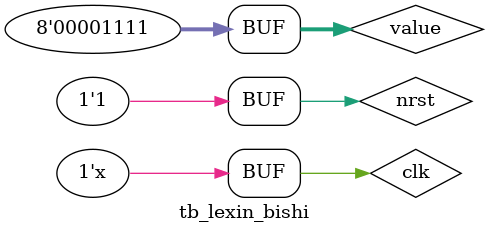
<source format=v>
module	tb_lexin_bishi;
reg	clk,nrst;
reg	[7:0]	value;
wire	[7:0]	check_sum;
initial begin
	clk = 1'b0;
	nrst = 1'b0;
	value = 8'h00;
	#5 nrst =1'b1;
	# 10	value = value +1'b1;
	# 10	value = value +1'b1;
	# 10	value = value +1'b1;
	# 10	value = value +1'b1;
	# 10	value = value +1'b1;
	# 10	value = value +1'b1;
	# 10	value = value +1'b1;
	# 10	value = value +1'b1;
	# 10	value = value +1'b1;
	# 10	value = value +1'b1;
	# 10	value = value +1'b1;
	# 10	value = value +1'b1;
	# 10	value = value +1'b1;
	# 10	value = value +1'b1;
	# 10	value = value +1'b1;
end
always # 5 clk = !clk;
lexin_bishi	u0(
	.clk(clk),
	.nrst(nrst),
	.value(value),
	.check_sum(check_sum)
	);
endmodule
</source>
